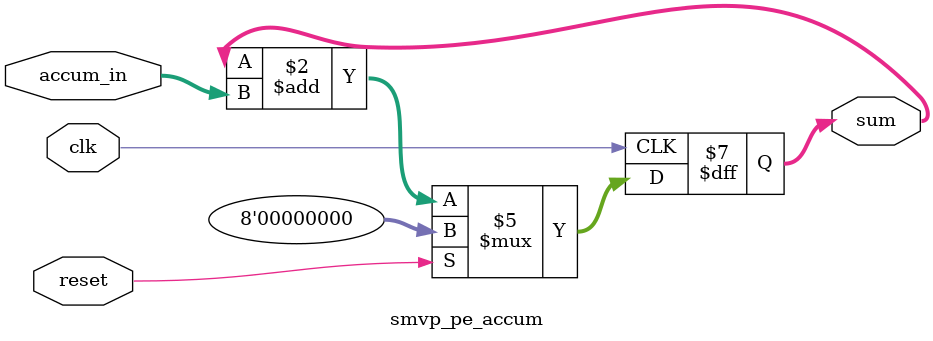
<source format=v>
`timescale 1ns / 1ps


// Top Module: Sparse Matrix Vector Multiplication Accelerator
module smvp_systolic_top
    // Parameter Notes:
    // PE array of 16x4 was the optimal topology indicated in research paper "SYSTOLIC SPARSE MATRIX VECTOR MULTIPLY IN THE AGE OF TPUS AND ACCELERATORS"
    // Data bit length of 1 BECAUSE PATTERNS
    #(parameter SYS_ARR_COLS=32,
      parameter SYS_ARR_ROWS=7,
      parameter DATA_BIT_LENGTH=1,
      parameter OUTPUT_BIT_LENGTH=8,
      parameter QUEUE_SIZE=33)
    (
    // Basys3 Clock Input (defined in constraints)
    input clk,
    
    // Basys3 Button Inputs (defined in constraints)
    input btnC,

    // Basys3 LEDs
    output [15:0] led
    );
        
    // Array Inputs
    wire [DATA_BIT_LENGTH-1:0] x_j_input;
    wire [DATA_BIT_LENGTH-1:0] a_ij_input [SYS_ARR_ROWS-1:0];
    wire [OUTPUT_BIT_LENGTH-1:0] i_input [SYS_ARR_ROWS-1:0];
    
    // Array storage
//    reg [DATA_BIT_LENGTH-1:0] x_j [QUEUE_SIZE:0];
    reg [DATA_BIT_LENGTH-1:0] a_ij [SYS_ARR_ROWS-1:0][QUEUE_SIZE-1:0];
    reg [OUTPUT_BIT_LENGTH-1:0] i [SYS_ARR_ROWS-1:0][QUEUE_SIZE-1:0];
    
    // Utility Registers
    reg enable; // Data LUT reazd loop enable (turns data read loop off when end of data reached)
    reg [15:0] counter; // Tracks number of array columns clocked in, used in data reading and end-of-data detection
    reg [32:0] big_counter; // Tracks clock cycles, used to cycle LEDs to display accumulator index & value pairs
    
    // PE Interconnects
    wire [DATA_BIT_LENGTH-1:0] ax_xfer [SYS_ARR_COLS:0][SYS_ARR_ROWS:0]; // wires at column index 0 and column last index not used
    wire [OUTPUT_BIT_LENGTH-1:0] i_xfer [SYS_ARR_COLS:0][SYS_ARR_ROWS:0]; // wires at column index 0 and column last index not used
    wire [OUTPUT_BIT_LENGTH-1:0] accum_xfer [SYS_ARR_COLS:0][SYS_ARR_ROWS:0]; // wire at row index 0 not used
    wire [DATA_BIT_LENGTH-1:0] mult_xj_sync [SYS_ARR_ROWS:0]; // wires at index 0 and last index not used
    
    // Array Outputs
    wire [OUTPUT_BIT_LENGTH-1:0] accum_result [SYS_ARR_COLS-1:0];

    // Dynamic PE Module Instantiation
    generate
        genvar row_num, col_num;
        // Iterate through rows
        for (row_num = 0; row_num < SYS_ARR_ROWS; row_num = row_num + 1) begin
            // Iterate through columns
            for (col_num = 0; col_num < SYS_ARR_COLS; col_num = col_num + 1) begin
            
                //
                // Multiplier PE Generation Section
                //
                
                if( col_num == 0 ) begin

                    
                    // Generate front-end multiplier PE (single instance per row, first column)
                    if (row_num == 0) begin
                        smvp_pe_mult mult( .clk(clk), .reset(btnC),
                                           .a_ij(a_ij_input[row_num]), .x_j_in(x_j_input),
                                           .product_out(ax_xfer[col_num][row_num]), .x_j_out(mult_xj_sync[row_num + 1]) );
                    end
                    else begin
                        smvp_pe_mult mult( .clk(clk), .reset(btnC),
                                           .a_ij(a_ij_input[row_num]), .x_j_in(mult_xj_sync[row_num]),
                                           .product_out(ax_xfer[col_num][row_num]), .x_j_out(mult_xj_sync[row_num + 1]) );
                    end
                end
                
                //
                // Selective Adder PE Generation Section
                //
                
                if (col_num == 0 && row_num == 0) begin
                    // Generate "northwest" selective adder PE (single instance, location [0,0])
                    smvp_pe_seladd sel_add( .clk(clk), .reset(btnC),
                                            .ax_in(ax_xfer[col_num][row_num]), .ax_out(ax_xfer[col_num + 1][row_num]),
                                            .i_in(i_input[row_num]), .i_out(i_xfer[col_num + 1][row_num]),
                                            .accum_in(8'b0), .accum_out(accum_xfer[col_num][row_num + 1]) );                                    
                end
                else if (row_num == 0) begin
                    // Generate "north-edge" selective adder PEs (first row)
                    smvp_pe_seladd sel_add( .clk(clk), .reset(btnC),
                                            .ax_in(ax_xfer[col_num][row_num]), .ax_out(ax_xfer[col_num + 1][row_num]),
                                            .i_in(i_xfer[col_num][row_num]), .i_out(i_xfer[col_num + 1][row_num]),
                                            .accum_in(8'b0), .accum_out(accum_xfer[col_num][row_num + 1]) );                                    
                end
                else if (col_num == 0) begin
                    // Generate "west-edge" selective adder PEs (first column)
                    smvp_pe_seladd sel_add( .clk(clk), .reset(btnC),
                                            .ax_in(ax_xfer[col_num][row_num]), .ax_out(ax_xfer[col_num + 1][row_num]),
                                            .i_in(i_input[row_num]), .i_out(i_xfer[col_num + 1][row_num]),
                                            .accum_in(accum_xfer[col_num][row_num]), .accum_out(accum_xfer[col_num][row_num + 1]) );                                    
                end
                else begin
                    // Generate remaining selective adder PEs (all except north or west edges)
                    smvp_pe_seladd sel_add( .clk(clk), .reset(btnC),
                                            .ax_in(ax_xfer[col_num][row_num]), .ax_out(ax_xfer[col_num + 1][row_num]),
                                            .i_in(i_xfer[col_num][row_num]), .i_out(i_xfer[col_num + 1][row_num]),
                                            .accum_in(accum_xfer[col_num][row_num]), .accum_out(accum_xfer[col_num][row_num + 1]) );    
                end
              
                //
                // Column Accumulator PE Generation Section
                //
                
                if (row_num == SYS_ARR_ROWS - 1) begin
                    // Generate accumulator PEs (last/south row only)
                    smvp_pe_accum accum( .clk(clk), .reset(btnC), .accum_in(accum_xfer[col_num][row_num + 1]), .sum(accum_result[col_num]) );
                end 
    
            end
        end        
    endgenerate
    
    // Bind LEDs 0-7 to accumulator outputs and LEDs 8-13 to associated accumulator index   
    assign led[7:0] = accum_result[big_counter[32:28]];
    assign led[13:8] = big_counter[32:28];
    
    // Vector input x_j to array is always 1 for this implementation 
    assign x_j_input = 1'b1;

    initial begin
        counter = 0;
        big_counter = 0;
        enable = 1;
        a_ij[0][0] = 1'b1;
        a_ij[0][1] = 1'b1;
        a_ij[0][2] = 1'b1;
        a_ij[0][3] = 1'b1;
        a_ij[0][4] = 1'b1;
        a_ij[0][5] = 1'b1;
        a_ij[0][6] = 1'b1;
        a_ij[0][7] = 1'b1;
        a_ij[0][8] = 1'b1;
        a_ij[0][9] = 1'b1;
        a_ij[0][10] = 1'b1;
        a_ij[0][11] = 1'b1;
        a_ij[0][12] = 1'b1;
        a_ij[0][13] = 1'b1;
        a_ij[0][14] = 1'b1;
        a_ij[0][15] = 1'b1;
        a_ij[0][16] = 1'b1;
        a_ij[0][17] = 1'b1;
        a_ij[0][18] = 1'b1;
        a_ij[0][19] = 1'b1;
        a_ij[0][20] = 1'b1;
        a_ij[0][21] = 1'b1;
        a_ij[0][22] = 1'b1;
        a_ij[0][23] = 1'b1;
        a_ij[0][24] = 1'b1;
        a_ij[0][25] = 1'b1;
        a_ij[0][26] = 1'b1;
        a_ij[0][27] = 1'b1;
        a_ij[0][28] = 1'b1;
        a_ij[0][29] = 1'b1;
        a_ij[0][30] = 1'b1;
        a_ij[0][31] = 1'b1;
        a_ij[0][32] = 1'b0;
        a_ij[1][0] = 1'b0;
        a_ij[1][1] = 1'b1;
        a_ij[1][2] = 1'b1;
        a_ij[1][3] = 1'b1;
        a_ij[1][4] = 1'b1;
        a_ij[1][5] = 1'b1;
        a_ij[1][6] = 1'b1;
        a_ij[1][7] = 1'b1;
        a_ij[1][8] = 1'b1;
        a_ij[1][9] = 1'b1;
        a_ij[1][10] = 1'b1;
        a_ij[1][11] = 1'b1;
        a_ij[1][12] = 1'b1;
        a_ij[1][13] = 1'b1;
        a_ij[1][14] = 1'b1;
        a_ij[1][15] = 1'b1;
        a_ij[1][16] = 1'b1;
        a_ij[1][17] = 1'b1;
        a_ij[1][18] = 1'b1;
        a_ij[1][19] = 1'b1;
        a_ij[1][20] = 1'b1;
        a_ij[1][21] = 1'b1;
        a_ij[1][22] = 1'b1;
        a_ij[1][23] = 1'b1;
        a_ij[1][24] = 1'b1;
        a_ij[1][25] = 1'b1;
        a_ij[1][26] = 1'b1;
        a_ij[1][27] = 1'b1;
        a_ij[1][28] = 1'b1;
        a_ij[1][29] = 1'b1;
        a_ij[1][30] = 1'b1;
        a_ij[1][31] = 1'b1;
        a_ij[1][32] = 1'b1;
        a_ij[2][0] = 1'b0;
        a_ij[2][1] = 1'b0;
        a_ij[2][2] = 1'b1;
        a_ij[2][3] = 1'b1;
        a_ij[2][4] = 1'b1;
        a_ij[2][5] = 1'b1;
        a_ij[2][6] = 1'b1;
        a_ij[2][7] = 1'b1;
        a_ij[2][8] = 1'b1;
        a_ij[2][9] = 1'b1;
        a_ij[2][10] = 1'b1;
        a_ij[2][11] = 1'b1;
        a_ij[2][12] = 1'b1;
        a_ij[2][13] = 1'b1;
        a_ij[2][14] = 1'b1;
        a_ij[2][15] = 1'b1;
        a_ij[2][16] = 1'b1;
        a_ij[2][17] = 1'b1;
        a_ij[2][18] = 1'b1;
        a_ij[2][19] = 1'b1;
        a_ij[2][20] = 1'b1;
        a_ij[2][21] = 1'b1;
        a_ij[2][22] = 1'b1;
        a_ij[2][23] = 1'b1;
        a_ij[2][24] = 1'b1;
        a_ij[2][25] = 1'b1;
        a_ij[2][26] = 1'b1;
        a_ij[2][27] = 1'b1;
        a_ij[2][28] = 1'b1;
        a_ij[2][29] = 1'b1;
        a_ij[2][30] = 1'b0;
        a_ij[2][31] = 1'b0;
        a_ij[2][32] = 1'b0;
        a_ij[3][0] = 1'b0;
        a_ij[3][1] = 1'b0;
        a_ij[3][2] = 1'b0;
        a_ij[3][3] = 1'b1;
        a_ij[3][4] = 1'b1;
        a_ij[3][5] = 1'b1;
        a_ij[3][6] = 1'b1;
        a_ij[3][7] = 1'b1;
        a_ij[3][8] = 1'b1;
        a_ij[3][9] = 1'b1;
        a_ij[3][10] = 1'b1;
        a_ij[3][11] = 1'b1;
        a_ij[3][12] = 1'b1;
        a_ij[3][13] = 1'b1;
        a_ij[3][14] = 1'b1;
        a_ij[3][15] = 1'b1;
        a_ij[3][16] = 1'b1;
        a_ij[3][17] = 1'b1;
        a_ij[3][18] = 1'b1;
        a_ij[3][19] = 1'b1;
        a_ij[3][20] = 1'b0;
        a_ij[3][21] = 1'b0;
        a_ij[3][22] = 1'b0;
        a_ij[3][23] = 1'b0;
        a_ij[3][24] = 1'b0;
        a_ij[3][25] = 1'b0;
        a_ij[3][26] = 1'b0;
        a_ij[3][27] = 1'b0;
        a_ij[3][28] = 1'b0;
        a_ij[3][29] = 1'b0;
        a_ij[3][30] = 1'b0;
        a_ij[3][31] = 1'b0;
        a_ij[3][32] = 1'b0;
        a_ij[4][0] = 1'b0;
        a_ij[4][1] = 1'b0;
        a_ij[4][2] = 1'b0;
        a_ij[4][3] = 1'b0;
        a_ij[4][4] = 1'b1;
        a_ij[4][5] = 1'b1;
        a_ij[4][6] = 1'b1;
        a_ij[4][7] = 1'b1;
        a_ij[4][8] = 1'b1;
        a_ij[4][9] = 1'b1;
        a_ij[4][10] = 1'b1;
        a_ij[4][11] = 1'b1;
        a_ij[4][12] = 1'b1;
        a_ij[4][13] = 1'b1;
        a_ij[4][14] = 1'b1;
        a_ij[4][15] = 1'b0;
        a_ij[4][16] = 1'b0;
        a_ij[4][17] = 1'b0;
        a_ij[4][18] = 1'b0;
        a_ij[4][19] = 1'b0;
        a_ij[4][20] = 1'b0;
        a_ij[4][21] = 1'b0;
        a_ij[4][22] = 1'b0;
        a_ij[4][23] = 1'b0;
        a_ij[4][24] = 1'b0;
        a_ij[4][25] = 1'b0;
        a_ij[4][26] = 1'b0;
        a_ij[4][27] = 1'b0;
        a_ij[4][28] = 1'b0;
        a_ij[4][29] = 1'b0;
        a_ij[4][30] = 1'b0;
        a_ij[4][31] = 1'b0;
        a_ij[4][32] = 1'b0;
        a_ij[5][0] = 1'b0;
        a_ij[5][1] = 1'b0;
        a_ij[5][2] = 1'b0;
        a_ij[5][3] = 1'b0;
        a_ij[5][4] = 1'b0;
        a_ij[5][5] = 1'b1;
        a_ij[5][6] = 1'b1;
        a_ij[5][7] = 1'b1;
        a_ij[5][8] = 1'b1;
        a_ij[5][9] = 1'b0;
        a_ij[5][10] = 1'b0;
        a_ij[5][11] = 1'b0;
        a_ij[5][12] = 1'b0;
        a_ij[5][13] = 1'b0;
        a_ij[5][14] = 1'b0;
        a_ij[5][15] = 1'b0;
        a_ij[5][16] = 1'b0;
        a_ij[5][17] = 1'b0;
        a_ij[5][18] = 1'b0;
        a_ij[5][19] = 1'b0;
        a_ij[5][20] = 1'b0;
        a_ij[5][21] = 1'b0;
        a_ij[5][22] = 1'b0;
        a_ij[5][23] = 1'b0;
        a_ij[5][24] = 1'b0;
        a_ij[5][25] = 1'b0;
        a_ij[5][26] = 1'b0;
        a_ij[5][27] = 1'b0;
        a_ij[5][28] = 1'b0;
        a_ij[5][29] = 1'b0;
        a_ij[5][30] = 1'b0;
        a_ij[5][31] = 1'b0;
        a_ij[5][32] = 1'b0;
        a_ij[6][0] = 1'b0;
        a_ij[6][1] = 1'b0;
        a_ij[6][2] = 1'b0;
        a_ij[6][3] = 1'b0;
        a_ij[6][4] = 1'b0;
        a_ij[6][5] = 1'b0;
        a_ij[6][6] = 1'b1;
        a_ij[6][7] = 1'b1;
        a_ij[6][8] = 1'b0;
        a_ij[6][9] = 1'b0;
        a_ij[6][10] = 1'b0;
        a_ij[6][11] = 1'b0;
        a_ij[6][12] = 1'b0;
        a_ij[6][13] = 1'b0;
        a_ij[6][14] = 1'b0;
        a_ij[6][15] = 1'b0;
        a_ij[6][16] = 1'b0;
        a_ij[6][17] = 1'b0;
        a_ij[6][18] = 1'b0;
        a_ij[6][19] = 1'b0;
        a_ij[6][20] = 1'b0;
        a_ij[6][21] = 1'b0;
        a_ij[6][22] = 1'b0;
        a_ij[6][23] = 1'b0;
        a_ij[6][24] = 1'b0;
        a_ij[6][25] = 1'b0;
        a_ij[6][26] = 1'b0;
        a_ij[6][27] = 1'b0;
        a_ij[6][28] = 1'b0;
        a_ij[6][29] = 1'b0;
        a_ij[6][30] = 1'b0;
        a_ij[6][31] = 1'b0;
        a_ij[6][32] = 1'b0;
        i[0][0] = 6;
        i[0][1] = 0;
        i[0][2] = 0;
        i[0][3] = 1;
        i[0][4] = 0;
        i[0][5] = 2;
        i[0][6] = 0;
        i[0][7] = 1;
        i[0][8] = 5;
        i[0][9] = 5;
        i[0][10] = 2;
        i[0][11] = 2;
        i[0][12] = 2;
        i[0][13] = 1;
        i[0][14] = 12;
        i[0][15] = 4;
        i[0][16] = 11;
        i[0][17] = 0;
        i[0][18] = 5;
        i[0][19] = 1;
        i[0][20] = 3;
        i[0][21] = 3;
        i[0][22] = 0;
        i[0][23] = 7;
        i[0][24] = 2;
        i[0][25] = 11;
        i[0][26] = 12;
        i[0][27] = 23;
        i[0][28] = 10;
        i[0][29] = 2;
        i[0][30] = 10;
        i[0][31] = 8;
        i[0][32] = 1'b0;
        i[1][0] = 1'b0;
        i[1][1] = 8;
        i[1][2] = 9;
        i[1][3] = 1;
        i[1][4] = 2;
        i[1][5] = 1;
        i[1][6] = 6;
        i[1][7] = 7;
        i[1][8] = 10;
        i[1][9] = 9;
        i[1][10] = 14;
        i[1][11] = 4;
        i[1][12] = 3;
        i[1][13] = 4;
        i[1][14] = 16;
        i[1][15] = 17;
        i[1][16] = 23;
        i[1][17] = 16;
        i[1][18] = 5;
        i[1][19] = 11;
        i[1][20] = 14;
        i[1][21] = 15;
        i[1][22] = 15;
        i[1][23] = 18;
        i[1][24] = 15;
        i[1][25] = 20;
        i[1][26] = 23;
        i[1][27] = 13;
        i[1][28] = 27;
        i[1][29] = 12;
        i[1][30] = 13;
        i[1][31] = 21;
        i[1][32] = 27;
        i[2][0] = 1'b0;
        i[2][1] = 1'b0;
        i[2][2] = 9;
        i[2][3] = 10;
        i[2][4] = 2;
        i[2][5] = 5;
        i[2][6] = 8;
        i[2][7] = 13;
        i[2][8] = 11;
        i[2][9] = 14;
        i[2][10] = 17;
        i[2][11] = 17;
        i[2][12] = 26;
        i[2][13] = 4;
        i[2][14] = 22;
        i[2][15] = 20;
        i[2][16] = 21;
        i[2][17] = 25;
        i[2][18] = 22;
        i[2][19] = 15;
        i[2][20] = 23;
        i[2][21] = 19;
        i[2][22] = 21;
        i[2][23] = 16;
        i[2][24] = 25;
        i[2][25] = 19;
        i[2][26] = 31;
        i[2][27] = 25;
        i[2][28] = 30;
        i[2][29] = 31;
        i[2][30] = 1'b0;
        i[2][31] = 1'b0;
        i[2][32] = 1'b0;
        i[3][0] = 1'b0;
        i[3][1] = 1'b0;
        i[3][2] = 1'b0;
        i[3][3] = 12;
        i[3][4] = 20;
        i[3][5] = 3;
        i[3][6] = 7;
        i[3][7] = 20;
        i[3][8] = 20;
        i[3][9] = 16;
        i[3][10] = 17;
        i[3][11] = 19;
        i[3][12] = 23;
        i[3][13] = 28;
        i[3][14] = 11;
        i[3][15] = 26;
        i[3][16] = 22;
        i[3][17] = 25;
        i[3][18] = 26;
        i[3][19] = 29;
        i[3][20] = 1'b0;
        i[3][21] = 1'b0;
        i[3][22] = 1'b0;
        i[3][23] = 1'b0;
        i[3][24] = 1'b0;
        i[3][25] = 1'b0;
        i[3][26] = 1'b0;
        i[3][27] = 1'b0;
        i[3][28] = 1'b0;
        i[3][29] = 1'b0;
        i[3][30] = 1'b0;
        i[3][31] = 1'b0;
        i[3][32] = 1'b0;
        i[4][0] = 1'b0;
        i[4][1] = 1'b0;
        i[4][2] = 1'b0;
        i[4][3] = 1'b0;
        i[4][4] = 18;
        i[4][5] = 22;
        i[4][6] = 6;
        i[4][7] = 8;
        i[4][8] = 27;
        i[4][9] = 30;
        i[4][10] = 26;
        i[4][11] = 28;
        i[4][12] = 29;
        i[4][13] = 24;
        i[4][14] = 31;
        i[4][15] = 1'b0;
        i[4][16] = 1'b0;
        i[4][17] = 1'b0;
        i[4][18] = 1'b0;
        i[4][19] = 1'b0;
        i[4][20] = 1'b0;
        i[4][21] = 1'b0;
        i[4][22] = 1'b0;
        i[4][23] = 1'b0;
        i[4][24] = 1'b0;
        i[4][25] = 1'b0;
        i[4][26] = 1'b0;
        i[4][27] = 1'b0;
        i[4][28] = 1'b0;
        i[4][29] = 1'b0;
        i[4][30] = 1'b0;
        i[4][31] = 1'b0;
        i[4][32] = 1'b0;
        i[5][0] = 1'b0;
        i[5][1] = 1'b0;
        i[5][2] = 1'b0;
        i[5][3] = 1'b0;
        i[5][4] = 1'b0;
        i[5][5] = 22;
        i[5][6] = 24;
        i[5][7] = 25;
        i[5][8] = 28;
        i[5][9] = 1'b0;
        i[5][10] = 1'b0;
        i[5][11] = 1'b0;
        i[5][12] = 1'b0;
        i[5][13] = 1'b0;
        i[5][14] = 1'b0;
        i[5][15] = 1'b0;
        i[5][16] = 1'b0;
        i[5][17] = 1'b0;
        i[5][18] = 1'b0;
        i[5][19] = 1'b0;
        i[5][20] = 1'b0;
        i[5][21] = 1'b0;
        i[5][22] = 1'b0;
        i[5][23] = 1'b0;
        i[5][24] = 1'b0;
        i[5][25] = 1'b0;
        i[5][26] = 1'b0;
        i[5][27] = 1'b0;
        i[5][28] = 1'b0;
        i[5][29] = 1'b0;
        i[5][30] = 1'b0;
        i[5][31] = 1'b0;
        i[5][32] = 1'b0;
        i[6][0] = 1'b0;
        i[6][1] = 1'b0;
        i[6][2] = 1'b0;
        i[6][3] = 1'b0;
        i[6][4] = 1'b0;
        i[6][5] = 1'b0;
        i[6][6] = 26;
        i[6][7] = 26;
        i[6][8] = 1'b0;
        i[6][9] = 1'b0;
        i[6][10] = 1'b0;
        i[6][11] = 1'b0;
        i[6][12] = 1'b0;
        i[6][13] = 1'b0;
        i[6][14] = 1'b0;
        i[6][15] = 1'b0;
        i[6][16] = 1'b0;
        i[6][17] = 1'b0;
        i[6][18] = 1'b0;
        i[6][19] = 1'b0;
        i[6][20] = 1'b0;
        i[6][21] = 1'b0;
        i[6][22] = 1'b0;
        i[6][23] = 1'b0;
        i[6][24] = 1'b0;
        i[6][25] = 1'b0;
        i[6][26] = 1'b0;
        i[6][27] = 1'b0;
        i[6][28] = 1'b0;
        i[6][29] = 1'b0;
        i[6][30] = 1'b0;
        i[6][31] = 1'b0;
        i[6][32] = 1'b0;     
    end

    always @(posedge clk) begin
        counter <= counter + 1;
        big_counter <= big_counter + 1;
        if(counter > 33) enable = 0; // Stop reading data after longest TJDS data-row has been clocked in (32 for ibm32)
    end
    
    generate
        // Iterate through rows
        for (row_num = 0; row_num < SYS_ARR_ROWS; row_num = row_num + 1) begin
            assign a_ij_input[row_num] = enable ? a_ij[row_num][counter] : 0;
            assign i_input[row_num] = enable ? i[row_num][counter] : 0;
        end
    endgenerate
    
endmodule


// Module: SMVP Processing Element - Multiplier
module smvp_pe_mult     
    #(parameter SYS_ARR_COLS=33,
      parameter SYS_ARR_ROWS=7,
      parameter DATA_BIT_LENGTH=1,
      parameter OUTPUT_BIT_LENGTH=8,
      parameter QUEUE_SIZE=33
    )
    (input clk, reset,input [DATA_BIT_LENGTH-1:0] a_ij, input [DATA_BIT_LENGTH-1:0] x_j_in, output reg [DATA_BIT_LENGTH-1:0] product_out, output reg [DATA_BIT_LENGTH-1:0] x_j_out);
    
    initial begin
        product_out = 0;
        x_j_out = 0;
    end
    
    always @(posedge clk) begin
        if (reset) begin
            product_out = 0;
            x_j_out = 0;
        end
        else product_out <= a_ij * x_j_in;
//        product_out = a_ij & x_j_in;
//        x_j_out = x_j_in;
    end
    
    always @(x_j_in) begin
        x_j_out = x_j_in; // blocking assignment because all multiplier PEs should receive the same value simultaneously
    end

endmodule

// Module: SMVP Processing Element - Selective Adder
module smvp_pe_seladd      
    #(parameter SYS_ARR_COLS=33,
      parameter SYS_ARR_ROWS=7,
      parameter DATA_BIT_LENGTH=1,
      parameter OUTPUT_BIT_LENGTH=8,
      parameter QUEUE_SIZE=33
    )
    (input clk, reset, input [DATA_BIT_LENGTH-1:0] ax_in, input [OUTPUT_BIT_LENGTH-1:0] i_in, input [OUTPUT_BIT_LENGTH-1:0] accum_in, output reg ax_out, output reg [OUTPUT_BIT_LENGTH-1:0] i_out, output reg [OUTPUT_BIT_LENGTH-1:0] accum_out);
    
    initial begin
        ax_out = 0;
        i_out = 0;
        accum_out = 0;
    end
    
    always @(posedge clk) begin
        if (reset) begin
                ax_out = 0;
                i_out = 0;
                accum_out = 0;
        end
        else begin
            case (i_in)
                0: begin
                    ax_out <= 0;
                    i_out <= 0;
                    accum_out <= ax_in + accum_in;
                end
                default: begin
                    ax_out <= ax_in;
                    i_out <= i_in - 1;
                    accum_out <= 0;
                end
            endcase
        end
    end
endmodule

// Module: SMVP Processing Element - Accumulator
module smvp_pe_accum      
    #(parameter SYS_ARR_COLS=33,
      parameter SYS_ARR_ROWS=7,
      parameter DATA_BIT_LENGTH=1,
      parameter OUTPUT_BIT_LENGTH=8,
      parameter QUEUE_SIZE=33
    )
    (input clk, reset, input [OUTPUT_BIT_LENGTH-1:0] accum_in, output reg [OUTPUT_BIT_LENGTH-1:0] sum);
    
    initial sum = 0;
    
    always @(posedge clk) begin
        if (reset) sum = 0;
        else sum <= sum + accum_in;
    end
endmodule

</source>
